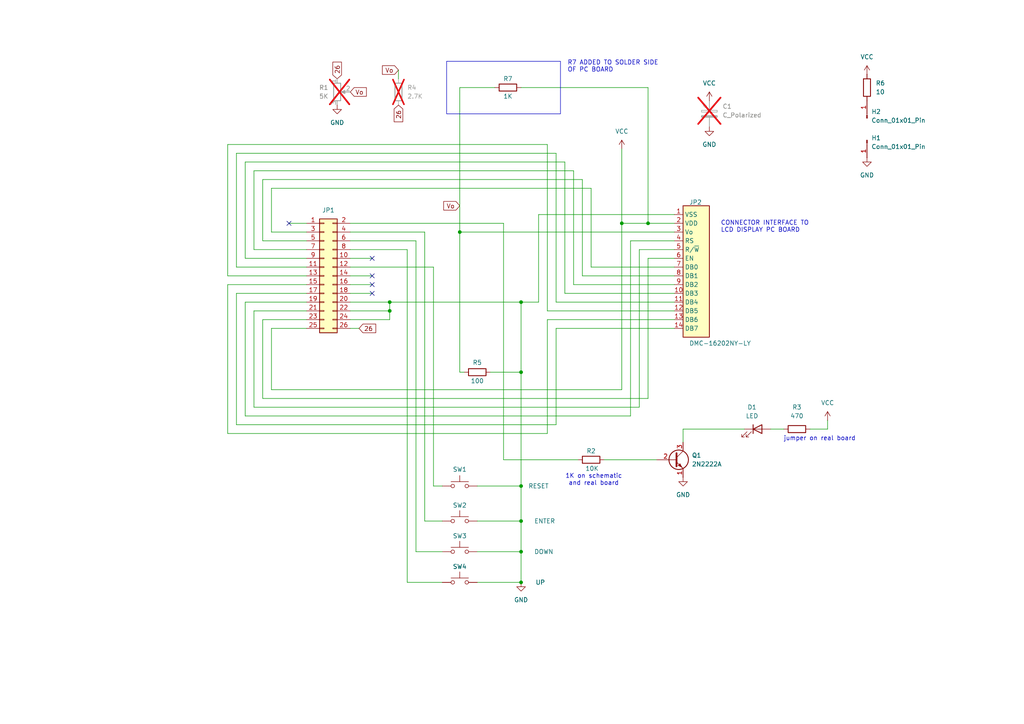
<source format=kicad_sch>
(kicad_sch (version 20231120) (generator "eeschema") (generator_version "8.0")
  (paper "A4")
  (lib_symbols
    (symbol "Connector:Conn_01x01_Pin" (pin_names (offset 1.016) hide)
      (property "Reference" "J" (at 0 2.54 0))
      (property "Value" "Conn_01x01_Pin" (at 0 -2.54 0))
      (symbol "Conn_01x01_Pin_1_1"
        (polyline (pts (xy 1.27 0) (xy 0.8636 0)) (stroke (width 0.1524)))
        (rectangle (start 0.8636 0.127) (end 0 -0.127) (stroke (width 0.1524)) (fill (type outline)))
        (pin passive line (at 5.08 0 180) (length 3.81) (name "Pin_1") (number "1"))
      )
    )
    (symbol "Connector_Generic:Conn_02x13_Odd_Even" (pin_names (offset 1.016) hide)
      (property "Reference" "J" (at 1.27 17.78 0))
      (property "Value" "Conn_02x13_Odd_Even" (at 1.27 -17.78 0))
      (symbol "Conn_02x13_Odd_Even_1_1"
        (rectangle (start -1.27 -15.113) (end 0 -15.367) (stroke (width 0.1524)))
        (rectangle (start -1.27 -12.573) (end 0 -12.827) (stroke (width 0.1524)))
        (rectangle (start -1.27 -10.033) (end 0 -10.287) (stroke (width 0.1524)))
        (rectangle (start -1.27 -7.493) (end 0 -7.747) (stroke (width 0.1524)))
        (rectangle (start -1.27 -4.953) (end 0 -5.207) (stroke (width 0.1524)))
        (rectangle (start -1.27 -2.413) (end 0 -2.667) (stroke (width 0.1524)))
        (rectangle (start -1.27 0.127) (end 0 -0.127) (stroke (width 0.1524)))
        (rectangle (start -1.27 2.667) (end 0 2.413) (stroke (width 0.1524)))
        (rectangle (start -1.27 5.207) (end 0 4.953) (stroke (width 0.1524)))
        (rectangle (start -1.27 7.747) (end 0 7.493) (stroke (width 0.1524)))
        (rectangle (start -1.27 10.287) (end 0 10.033) (stroke (width 0.1524)))
        (rectangle (start -1.27 12.827) (end 0 12.573) (stroke (width 0.1524)))
        (rectangle (start -1.27 15.367) (end 0 15.113) (stroke (width 0.1524)))
        (rectangle (start -1.27 16.51) (end 3.81 -16.51) (stroke (width 0.254)) (fill (type background)))
        (rectangle (start 3.81 -15.113) (end 2.54 -15.367) (stroke (width 0.1524)))
        (rectangle (start 3.81 -12.573) (end 2.54 -12.827) (stroke (width 0.1524)))
        (rectangle (start 3.81 -10.033) (end 2.54 -10.287) (stroke (width 0.1524)))
        (rectangle (start 3.81 -7.493) (end 2.54 -7.747) (stroke (width 0.1524)))
        (rectangle (start 3.81 -4.953) (end 2.54 -5.207) (stroke (width 0.1524)))
        (rectangle (start 3.81 -2.413) (end 2.54 -2.667) (stroke (width 0.1524)))
        (rectangle (start 3.81 0.127) (end 2.54 -0.127) (stroke (width 0.1524)))
        (rectangle (start 3.81 2.667) (end 2.54 2.413) (stroke (width 0.1524)))
        (rectangle (start 3.81 5.207) (end 2.54 4.953) (stroke (width 0.1524)))
        (rectangle (start 3.81 7.747) (end 2.54 7.493) (stroke (width 0.1524)))
        (rectangle (start 3.81 10.287) (end 2.54 10.033) (stroke (width 0.1524)))
        (rectangle (start 3.81 12.827) (end 2.54 12.573) (stroke (width 0.1524)))
        (rectangle (start 3.81 15.367) (end 2.54 15.113) (stroke (width 0.1524)))
        (pin passive line (at -5.08 15.24 0) (length 3.81) (name "Pin_1") (number "1"))
        (pin passive line (at 7.62 5.08 180) (length 3.81) (name "Pin_10") (number "10"))
        (pin passive line (at -5.08 2.54 0) (length 3.81) (name "Pin_11") (number "11"))
        (pin passive line (at 7.62 2.54 180) (length 3.81) (name "Pin_12") (number "12"))
        (pin passive line (at -5.08 0 0) (length 3.81) (name "Pin_13") (number "13"))
        (pin passive line (at 7.62 0 180) (length 3.81) (name "Pin_14") (number "14"))
        (pin passive line (at -5.08 -2.54 0) (length 3.81) (name "Pin_15") (number "15"))
        (pin passive line (at 7.62 -2.54 180) (length 3.81) (name "Pin_16") (number "16"))
        (pin passive line (at -5.08 -5.08 0) (length 3.81) (name "Pin_17") (number "17"))
        (pin passive line (at 7.62 -5.08 180) (length 3.81) (name "Pin_18") (number "18"))
        (pin passive line (at -5.08 -7.62 0) (length 3.81) (name "Pin_19") (number "19"))
        (pin passive line (at 7.62 15.24 180) (length 3.81) (name "Pin_2") (number "2"))
        (pin passive line (at 7.62 -7.62 180) (length 3.81) (name "Pin_20") (number "20"))
        (pin passive line (at -5.08 -10.16 0) (length 3.81) (name "Pin_21") (number "21"))
        (pin passive line (at 7.62 -10.16 180) (length 3.81) (name "Pin_22") (number "22"))
        (pin passive line (at -5.08 -12.7 0) (length 3.81) (name "Pin_23") (number "23"))
        (pin passive line (at 7.62 -12.7 180) (length 3.81) (name "Pin_24") (number "24"))
        (pin passive line (at -5.08 -15.24 0) (length 3.81) (name "Pin_25") (number "25"))
        (pin passive line (at 7.62 -15.24 180) (length 3.81) (name "Pin_26") (number "26"))
        (pin passive line (at -5.08 12.7 0) (length 3.81) (name "Pin_3") (number "3"))
        (pin passive line (at 7.62 12.7 180) (length 3.81) (name "Pin_4") (number "4"))
        (pin passive line (at -5.08 10.16 0) (length 3.81) (name "Pin_5") (number "5"))
        (pin passive line (at 7.62 10.16 180) (length 3.81) (name "Pin_6") (number "6"))
        (pin passive line (at -5.08 7.62 0) (length 3.81) (name "Pin_7") (number "7"))
        (pin passive line (at 7.62 7.62 180) (length 3.81) (name "Pin_8") (number "8"))
        (pin passive line (at -5.08 5.08 0) (length 3.81) (name "Pin_9") (number "9"))
      )
    )
    (symbol "Device:C_Polarized" (pin_numbers hide) (pin_names (offset 0.254))
      (property "Reference" "C" (at 0.635 2.54 0))
      (property "Value" "C_Polarized" (at 0.635 -2.54 0))
      (symbol "C_Polarized_0_1"
        (rectangle (start -2.286 0.508) (end 2.286 1.016))
        (polyline (pts (xy -1.778 2.286) (xy -0.762 2.286)))
        (polyline (pts (xy -1.27 2.794) (xy -1.27 1.778)))
        (rectangle (start 2.286 -0.508) (end -2.286 -1.016) (fill (type outline)))
      )
      (symbol "C_Polarized_1_1"
        (pin passive line (at 0 3.81 270) (length 2.794) (name "~") (number "1"))
        (pin passive line (at 0 -3.81 90) (length 2.794) (name "~") (number "2"))
      )
    )
    (symbol "Device:LED" (pin_numbers hide) (pin_names (offset 1.016) hide)
      (property "Reference" "D" (at 0 2.54 0))
      (property "Value" "LED" (at 0 -2.54 0))
      (symbol "LED_0_1"
        (polyline (pts (xy -1.27 -1.27) (xy -1.27 1.27)) (stroke (width 0.254)))
        (polyline (pts (xy -1.27 0) (xy 1.27 0)))
        (polyline (pts (xy 1.27 -1.27) (xy 1.27 1.27) (xy -1.27 0) (xy 1.27 -1.27)) (stroke (width 0.254)))
        (polyline (pts (xy -3.048 -0.762) (xy -4.572 -2.286) (xy -3.81 -2.286) (xy -4.572 -2.286) (xy -4.572 -1.524)))
        (polyline (pts (xy -1.778 -0.762) (xy -3.302 -2.286) (xy -2.54 -2.286) (xy -3.302 -2.286) (xy -3.302 -1.524)))
      )
      (symbol "LED_1_1"
        (pin passive line (at -3.81 0 0) (length 2.54) (name "K") (number "1"))
        (pin passive line (at 3.81 0 180) (length 2.54) (name "A") (number "2"))
      )
    )
    (symbol "Device:R" (pin_numbers hide) (pin_names (offset 0))
      (property "Reference" "R" (at 2.032 0 90))
      (property "Value" "R" (at 0 0 90))
      (symbol "R_0_1"
        (rectangle (start -1.016 -2.54) (end 1.016 2.54) (stroke (width 0.254)))
      )
      (symbol "R_1_1"
        (pin passive line (at 0 3.81 270) (length 1.27) (name "~") (number "1"))
        (pin passive line (at 0 -3.81 90) (length 1.27) (name "~") (number "2"))
      )
    )
    (symbol "Device:R_Potentiometer" (pin_names (offset 1.016) hide)
      (property "Reference" "RV" (at -4.445 0 90))
      (property "Value" "R_Potentiometer" (at -2.54 0 90))
      (symbol "R_Potentiometer_0_1"
        (polyline (pts (xy 2.54 0) (xy 1.524 0)))
        (polyline (pts (xy 1.143 0) (xy 2.286 0.508) (xy 2.286 -0.508) (xy 1.143 0)) (fill (type outline)))
        (rectangle (start 1.016 2.54) (end -1.016 -2.54) (stroke (width 0.254)))
      )
      (symbol "R_Potentiometer_1_1"
        (pin passive line (at 0 3.81 270) (length 1.27) (name "1") (number "1"))
        (pin passive line (at 3.81 0 180) (length 1.27) (name "2") (number "2"))
        (pin passive line (at 0 -3.81 90) (length 1.27) (name "3") (number "3"))
      )
    )
    (symbol "Evan's Symbol Library:CEC LCD"
      (property "Reference" "JP" (at 4.064 3.81 0))
      (property "Value" "CEC LCD" (at 7.366 6.35 0))
      (symbol "CEC LCD_0_1"
        (rectangle (start 2.54 2.54) (end 10.16 -35.56) (stroke (width 0.254)) (fill (type background)))
      )
      (symbol "CEC LCD_1_1"
        (pin power_in line (at 0 0 0) (length 2.54) (name "VSS") (number "1"))
        (pin bidirectional line (at 0 -22.86 0) (length 2.54) (name "DB3") (number "10"))
        (pin bidirectional line (at 0 -25.4 0) (length 2.54) (name "DB4") (number "11"))
        (pin bidirectional line (at 0 -27.94 0) (length 2.54) (name "DB5") (number "12"))
        (pin bidirectional line (at 0 -30.48 0) (length 2.54) (name "DB6") (number "13"))
        (pin bidirectional line (at 0 -33.02 0) (length 2.54) (name "DB7") (number "14"))
        (pin power_in line (at 0 -2.54 0) (length 2.54) (name "VDD") (number "2"))
        (pin input line (at 0 -5.08 0) (length 2.54) (name "Vo") (number "3"))
        (pin input line (at 0 -7.62 0) (length 2.54) (name "RS") (number "4"))
        (pin input line (at 0 -10.16 0) (length 2.54) (name "R/~{W}") (number "5"))
        (pin input line (at 0 -12.7 0) (length 2.54) (name "EN") (number "6"))
        (pin bidirectional line (at 0 -15.24 0) (length 2.54) (name "DB0") (number "7"))
        (pin bidirectional line (at 0 -17.78 0) (length 2.54) (name "DB1") (number "8"))
        (pin bidirectional line (at 0 -20.32 0) (length 2.54) (name "DB2") (number "9"))
      )
    )
    (symbol "Switch:SW_Push" (pin_numbers hide) (pin_names (offset 1.016) hide)
      (property "Reference" "SW" (at 1.27 2.54 0))
      (property "Value" "SW_Push" (at 0 -1.524 0))
      (symbol "SW_Push_0_1"
        (circle (center -2.032 0) (radius 0.508))
        (polyline (pts (xy 0 1.27) (xy 0 3.048)))
        (polyline (pts (xy 2.54 1.27) (xy -2.54 1.27)))
        (circle (center 2.032 0) (radius 0.508))
        (pin passive line (at -5.08 0 0) (length 2.54) (name "1") (number "1"))
        (pin passive line (at 5.08 0 180) (length 2.54) (name "2") (number "2"))
      )
    )
    (symbol "Transistor_BJT:PN2222A" (pin_names (offset 0) hide)
      (property "Reference" "Q" (at 5.08 1.905 0))
      (property "Value" "PN2222A" (at 5.08 0 0))
      (symbol "PN2222A_0_1"
        (polyline (pts (xy 0 0) (xy 0.635 0)))
        (polyline (pts (xy 2.54 -2.54) (xy 0.635 -0.635)))
        (polyline (pts (xy 2.54 2.54) (xy 0.635 0.635)))
        (polyline (pts (xy 0.635 1.905) (xy 0.635 -1.905) (xy 0.635 -1.905)) (stroke (width 0.508)))
        (polyline (pts (xy 2.413 -2.413) (xy 1.905 -1.905) (xy 1.905 -1.905)))
        (polyline (pts (xy 1.143 -1.651) (xy 1.651 -1.143) (xy 2.159 -2.159) (xy 1.143 -1.651) (xy 1.143 -1.651)) (fill (type outline)))
        (circle (center 1.27 0) (radius 2.8194) (stroke (width 0.254)))
      )
      (symbol "PN2222A_1_1"
        (pin passive line (at 2.54 -5.08 90) (length 2.54) (name "E") (number "1"))
        (pin input line (at -5.08 0 0) (length 5.08) (name "B") (number "2"))
        (pin passive line (at 2.54 5.08 270) (length 2.54) (name "C") (number "3"))
      )
    )
    (symbol "power:GND" (power) (pin_numbers hide) (pin_names (offset 0) hide)
      (property "Value" "GND" (at 0 -3.81 0))
      (symbol "GND_0_1"
        (polyline (pts (xy 0 0) (xy 0 -1.27) (xy 1.27 -1.27) (xy 0 -2.54) (xy -1.27 -1.27) (xy 0 -1.27)))
      )
      (symbol "GND_1_1"
        (pin power_in line (at 0 0 270) (length 0) (name "~") (number "1"))
      )
    )
    (symbol "power:VCC" (power) (pin_numbers hide) (pin_names (offset 0) hide)
      (property "Value" "VCC" (at 0 3.556 0))
      (symbol "VCC_0_1"
        (polyline (pts (xy -0.762 1.27) (xy 0 2.54)))
        (polyline (pts (xy 0 0) (xy 0 2.54)))
        (polyline (pts (xy 0 2.54) (xy 0.762 1.27)))
      )
      (symbol "VCC_1_1"
        (pin power_in line (at 0 0 90) (length 0) (name "~") (number "1"))
      )
    )
  )
  (junction (at 113.03 90.17))
  (junction (at 151.13 151.13))
  (junction (at 113.03 87.63))
  (junction (at 133.35 67.31))
  (junction (at 151.13 168.91))
  (junction (at 151.13 160.02))
  (junction (at 187.96 64.77))
  (junction (at 151.13 87.63))
  (junction (at 180.34 64.77))
  (junction (at 151.13 107.95))
  (junction (at 151.13 140.97))
  (no_connect (at 83.82 64.77))
  (no_connect (at 107.95 85.09))
  (no_connect (at 107.95 82.55))
  (no_connect (at 107.95 80.01))
  (no_connect (at 107.95 74.93))
  (wire (pts (xy 123.19 67.31) (xy 101.6 67.31)))
  (wire (pts (xy 163.83 46.99) (xy 163.83 85.09)))
  (wire (pts (xy 101.6 80.01) (xy 107.95 80.01)))
  (wire (pts (xy 66.04 125.73) (xy 66.04 82.55)))
  (wire (pts (xy 133.35 67.31) (xy 195.58 67.31)))
  (wire (pts (xy 125.73 140.97) (xy 125.73 77.47)))
  (wire (pts (xy 73.66 118.11) (xy 73.66 90.17)))
  (wire (pts (xy 158.75 90.17) (xy 195.58 90.17)))
  (wire (pts (xy 215.9 124.46) (xy 198.12 124.46)))
  (wire (pts (xy 71.12 120.65) (xy 182.88 120.65)))
  (wire (pts (xy 195.58 69.85) (xy 182.88 69.85)))
  (wire (pts (xy 71.12 87.63) (xy 88.9 87.63)))
  (wire (pts (xy 134.62 107.95) (xy 133.35 107.95)))
  (wire (pts (xy 171.45 77.47) (xy 171.45 54.61)))
  (wire (pts (xy 161.29 44.45) (xy 68.58 44.45)))
  (wire (pts (xy 158.75 125.73) (xy 66.04 125.73)))
  (wire (pts (xy 168.91 80.01) (xy 195.58 80.01)))
  (wire (pts (xy 101.6 74.93) (xy 107.95 74.93)))
  (wire (pts (xy 71.12 74.93) (xy 71.12 46.99)))
  (wire (pts (xy 118.11 72.39) (xy 101.6 72.39)))
  (wire (pts (xy 78.74 54.61) (xy 78.74 67.31)))
  (wire (pts (xy 128.27 140.97) (xy 125.73 140.97)))
  (wire (pts (xy 73.66 118.11) (xy 185.42 118.11)))
  (wire (pts (xy 83.82 64.77) (xy 88.9 64.77)))
  (wire (pts (xy 71.12 120.65) (xy 71.12 87.63)))
  (wire (pts (xy 101.6 92.71) (xy 113.03 92.71)))
  (wire (pts (xy 161.29 123.19) (xy 68.58 123.19)))
  (wire (pts (xy 223.52 124.46) (xy 227.33 124.46)))
  (wire (pts (xy 66.04 80.01) (xy 66.04 41.91)))
  (wire (pts (xy 151.13 160.02) (xy 151.13 168.91)))
  (wire (pts (xy 78.74 67.31) (xy 88.9 67.31)))
  (wire (pts (xy 133.35 67.31) (xy 133.35 25.4)))
  (wire (pts (xy 195.58 74.93) (xy 187.96 74.93)))
  (wire (pts (xy 161.29 87.63) (xy 161.29 44.45)))
  (wire (pts (xy 76.2 69.85) (xy 76.2 52.07)))
  (wire (pts (xy 195.58 87.63) (xy 161.29 87.63)))
  (wire (pts (xy 113.03 87.63) (xy 113.03 90.17)))
  (wire (pts (xy 128.27 151.13) (xy 123.19 151.13)))
  (wire (pts (xy 163.83 85.09) (xy 195.58 85.09)))
  (wire (pts (xy 195.58 82.55) (xy 166.37 82.55)))
  (wire (pts (xy 146.05 64.77) (xy 146.05 133.35)))
  (wire (pts (xy 158.75 92.71) (xy 158.75 125.73)))
  (wire (pts (xy 118.11 168.91) (xy 118.11 72.39)))
  (wire (pts (xy 101.6 64.77) (xy 146.05 64.77)))
  (wire (pts (xy 151.13 87.63) (xy 156.21 87.63)))
  (wire (pts (xy 133.35 25.4) (xy 143.51 25.4)))
  (wire (pts (xy 168.91 52.07) (xy 168.91 80.01)))
  (wire (pts (xy 138.43 160.02) (xy 151.13 160.02)))
  (wire (pts (xy 128.27 160.02) (xy 120.65 160.02)))
  (wire (pts (xy 166.37 82.55) (xy 166.37 49.53)))
  (wire (pts (xy 66.04 41.91) (xy 158.75 41.91)))
  (wire (pts (xy 195.58 64.77) (xy 187.96 64.77)))
  (wire (pts (xy 156.21 62.23) (xy 195.58 62.23)))
  (wire (pts (xy 68.58 123.19) (xy 68.58 85.09)))
  (wire (pts (xy 113.03 87.63) (xy 151.13 87.63)))
  (wire (pts (xy 138.43 140.97) (xy 151.13 140.97)))
  (wire (pts (xy 133.35 67.31) (xy 133.35 107.95)))
  (wire (pts (xy 76.2 52.07) (xy 168.91 52.07)))
  (wire (pts (xy 180.34 113.03) (xy 78.74 113.03)))
  (wire (pts (xy 234.95 124.46) (xy 240.03 124.46)))
  (wire (pts (xy 128.27 168.91) (xy 118.11 168.91)))
  (wire (pts (xy 187.96 74.93) (xy 187.96 115.57)))
  (wire (pts (xy 187.96 64.77) (xy 180.34 64.77)))
  (wire (pts (xy 166.37 49.53) (xy 73.66 49.53)))
  (wire (pts (xy 156.21 87.63) (xy 156.21 62.23)))
  (wire (pts (xy 88.9 69.85) (xy 76.2 69.85)))
  (wire (pts (xy 71.12 46.99) (xy 163.83 46.99)))
  (wire (pts (xy 161.29 95.25) (xy 161.29 123.19)))
  (wire (pts (xy 151.13 25.4) (xy 187.96 25.4)))
  (wire (pts (xy 113.03 90.17) (xy 101.6 90.17)))
  (wire (pts (xy 66.04 82.55) (xy 88.9 82.55)))
  (wire (pts (xy 73.66 49.53) (xy 73.66 72.39)))
  (wire (pts (xy 101.6 87.63) (xy 113.03 87.63)))
  (wire (pts (xy 151.13 87.63) (xy 151.13 107.95)))
  (wire (pts (xy 185.42 72.39) (xy 185.42 118.11)))
  (wire (pts (xy 76.2 115.57) (xy 76.2 92.71)))
  (wire (pts (xy 138.43 151.13) (xy 151.13 151.13)))
  (wire (pts (xy 88.9 74.93) (xy 71.12 74.93)))
  (wire (pts (xy 151.13 151.13) (xy 151.13 160.02)))
  (wire (pts (xy 101.6 85.09) (xy 107.95 85.09)))
  (wire (pts (xy 151.13 107.95) (xy 151.13 140.97)))
  (wire (pts (xy 195.58 92.71) (xy 158.75 92.71)))
  (wire (pts (xy 68.58 44.45) (xy 68.58 77.47)))
  (wire (pts (xy 195.58 77.47) (xy 171.45 77.47)))
  (wire (pts (xy 78.74 95.25) (xy 88.9 95.25)))
  (wire (pts (xy 240.03 124.46) (xy 240.03 121.92)))
  (wire (pts (xy 76.2 115.57) (xy 187.96 115.57)))
  (wire (pts (xy 120.65 69.85) (xy 101.6 69.85)))
  (wire (pts (xy 151.13 140.97) (xy 151.13 151.13)))
  (wire (pts (xy 73.66 72.39) (xy 88.9 72.39)))
  (wire (pts (xy 73.66 90.17) (xy 88.9 90.17)))
  (wire (pts (xy 180.34 64.77) (xy 180.34 113.03)))
  (wire (pts (xy 101.6 82.55) (xy 107.95 82.55)))
  (wire (pts (xy 113.03 92.71) (xy 113.03 90.17)))
  (wire (pts (xy 125.73 77.47) (xy 101.6 77.47)))
  (wire (pts (xy 195.58 72.39) (xy 185.42 72.39)))
  (wire (pts (xy 182.88 69.85) (xy 182.88 120.65)))
  (wire (pts (xy 88.9 80.01) (xy 66.04 80.01)))
  (wire (pts (xy 78.74 113.03) (xy 78.74 95.25)))
  (wire (pts (xy 195.58 95.25) (xy 161.29 95.25)))
  (wire (pts (xy 101.6 95.25) (xy 104.14 95.25)))
  (wire (pts (xy 171.45 54.61) (xy 78.74 54.61)))
  (wire (pts (xy 146.05 133.35) (xy 167.64 133.35)))
  (wire (pts (xy 158.75 41.91) (xy 158.75 90.17)))
  (wire (pts (xy 187.96 64.77) (xy 187.96 25.4)))
  (wire (pts (xy 68.58 85.09) (xy 88.9 85.09)))
  (wire (pts (xy 190.5 133.35) (xy 175.26 133.35)))
  (wire (pts (xy 120.65 160.02) (xy 120.65 69.85)))
  (wire (pts (xy 138.43 168.91) (xy 151.13 168.91)))
  (wire (pts (xy 76.2 92.71) (xy 88.9 92.71)))
  (wire (pts (xy 198.12 124.46) (xy 198.12 128.27)))
  (wire (pts (xy 68.58 77.47) (xy 88.9 77.47)))
  (wire (pts (xy 142.24 107.95) (xy 151.13 107.95)))
  (wire (pts (xy 180.34 43.18) (xy 180.34 64.77)))
  (wire (pts (xy 123.19 151.13) (xy 123.19 67.31)))
  (wire (pts (xy 115.57 20.32) (xy 115.57 22.86)))
  (rectangle (start 129.54 17.78) (end 162.56 33.02))
  (text "1K on schematic\nand real board" (at 172.212 139.192 0) (effects (font (size 1.27 1.27))))
  (text "R7 ADDED TO SOLDER SIDE\nOF PC BOARD" (at 164.592 19.304 0) (effects (font (size 1.27 1.27)) (justify left)))
  (text "jumper on real board" (at 237.744 127.254 0) (effects (font (size 1.27 1.27))))
  (text "CONNECTOR INTERFACE TO\nLCD DISPLAY PC BOARD" (at 209.042 65.786 0) (effects (font (size 1.27 1.27)) (justify left)))
  (global_label "Vo" (shape input) (at 101.6 26.67 0) (property "Intersheetrefs" "${INTERSHEET_REFS}" (effects (hide yes))))
  (global_label "26" (shape input) (at 115.57 30.48 270) (property "Intersheetrefs" "${INTERSHEET_REFS}" (effects (hide yes))))
  (global_label "Vo" (shape input) (at 115.57 20.32 180) (property "Intersheetrefs" "${INTERSHEET_REFS}" (effects (hide yes))))
  (global_label "26" (shape input) (at 104.14 95.25 0) (property "Intersheetrefs" "${INTERSHEET_REFS}" (effects (hide yes))))
  (global_label "26" (shape input) (at 97.79 22.86 90) (property "Intersheetrefs" "${INTERSHEET_REFS}" (effects (hide yes))))
  (global_label "Vo" (shape input) (at 133.35 59.69 180) (property "Intersheetrefs" "${INTERSHEET_REFS}" (effects (hide yes))))
  (symbol (lib_id "Device:R") (at 171.45 133.35 90) (unit 1)
    (property "Reference" "R2" (at 171.45 130.81 90))
    (property "Value" "10K" (at 171.704 135.89 90))
    (property "Footprint" "Resistor_THT:R_Axial_DIN0207_L6.3mm_D2.5mm_P10.16mm_Horizontal" (effects (hide yes)))
    (property "Description" "Resistor" (effects (hide yes)))
  )
  (symbol (lib_id "Switch:SW_Push") (at 133.35 140.97 0) (mirror y) (unit 1)
    (property "Reference" "SW1" (at 133.35 136.144 0))
    (property "Value" "RESET" (at 156.21 140.97 0))
    (property "Footprint" "Evan's Kicad Library:CEC LCD pushbutton" (effects (hide yes)))
    (property "Description" "Push button switch, generic, two pins" (effects (hide yes)))
  )
  (symbol (lib_id "Device:R_Potentiometer") (at 97.79 26.67 0) (unit 1) (dnp yes)
    (property "Reference" "R1" (at 95.25 25.3999 0) (effects (justify right)))
    (property "Value" "5K" (at 95.25 27.9399 0) (effects (justify right)))
    (property "Footprint" "Potentiometer_THT:Potentiometer_Bourns_3006P_Horizontal" (effects (hide yes)))
    (property "Description" "Potentiometer" (effects (hide yes)))
  )
  (symbol (lib_id "power:GND") (at 251.46 45.72 0) (unit 1)
    (property "Reference" "#PWR08" (effects (hide yes)))
    (property "Value" "GND" (at 251.46 50.8 0))
    (property "Description" "Power symbol creates a global label with name \"GND\" , ground" (effects (hide yes)))
  )
  (symbol (lib_id "Device:R") (at 147.32 25.4 90) (unit 1) (on_board no)
    (property "Reference" "R7" (at 147.32 22.86 90))
    (property "Value" "1K" (at 147.32 27.94 90))
    (property "Footprint" "Resistor_THT:R_Axial_DIN0207_L6.3mm_D2.5mm_P10.16mm_Horizontal" (effects (hide yes)))
    (property "Description" "Resistor" (effects (hide yes)))
  )
  (symbol (lib_id "Switch:SW_Push") (at 133.35 151.13 0) (unit 1)
    (property "Reference" "SW2" (at 133.35 146.558 0))
    (property "Value" "ENTER" (at 157.988 151.13 0))
    (property "Footprint" "Evan's Kicad Library:CEC LCD pushbutton" (effects (hide yes)))
    (property "Description" "Push button switch, generic, two pins" (effects (hide yes)))
  )
  (symbol (lib_id "power:VCC") (at 180.34 43.18 0) (unit 1)
    (property "Reference" "#PWR01" (effects (hide yes)))
    (property "Value" "VCC" (at 180.34 38.1 0))
    (property "Description" "Power symbol creates a global label with name \"VCC\"" (effects (hide yes)))
  )
  (symbol (lib_id "Device:LED") (at 219.71 124.46 0) (unit 1)
    (property "Reference" "D1" (at 218.1225 118.11 0))
    (property "Value" "LED" (at 218.1225 120.65 0))
    (property "Footprint" "Connector_PinHeader_2.54mm:PinHeader_1x02_P2.54mm_Vertical" (effects (hide yes)))
    (property "Description" "Light emitting diode" (effects (hide yes)))
  )
  (symbol (lib_id "Device:C_Polarized") (at 205.74 33.02 0) (unit 1) (dnp yes)
    (property "Reference" "C1" (at 209.55 30.8609 0) (effects (justify left)))
    (property "Value" "C_Polarized" (at 209.55 33.4009 0) (effects (justify left)))
    (property "Footprint" "Capacitor_THT:CP_Radial_D8.0mm_P5.00mm" (effects (hide yes)))
    (property "Description" "Polarized capacitor" (effects (hide yes)))
  )
  (symbol (lib_id "power:GND") (at 198.12 138.43 0) (unit 1)
    (property "Reference" "#PWR03" (effects (hide yes)))
    (property "Value" "GND" (at 198.12 143.51 0))
    (property "Description" "Power symbol creates a global label with name \"GND\" , ground" (effects (hide yes)))
  )
  (symbol (lib_id "Connector:Conn_01x01_Pin") (at 251.46 34.29 90) (unit 1)
    (property "Reference" "H2" (at 252.73 32.3849 90) (effects (justify right)))
    (property "Value" "Conn_01x01_Pin" (at 252.73 34.9249 90) (effects (justify right)))
    (property "Description" "Generic connector, single row, 01x01, script generated" (effects (hide yes)))
  )
  (symbol (lib_id "Device:R") (at 138.43 107.95 90) (unit 1)
    (property "Reference" "R5" (at 138.43 105.156 90))
    (property "Value" "100" (at 138.43 110.49 90))
    (property "Footprint" "Resistor_THT:R_Axial_DIN0207_L6.3mm_D2.5mm_P10.16mm_Horizontal" (effects (hide yes)))
    (property "Description" "Resistor" (effects (hide yes)))
  )
  (symbol (lib_id "power:VCC") (at 240.03 121.92 0) (unit 1)
    (property "Reference" "#PWR02" (effects (hide yes)))
    (property "Value" "VCC" (at 240.03 116.84 0))
    (property "Description" "Power symbol creates a global label with name \"VCC\"" (effects (hide yes)))
  )
  (symbol (lib_id "power:VCC") (at 251.46 21.59 0) (unit 1)
    (property "Reference" "#PWR06" (effects (hide yes)))
    (property "Value" "VCC" (at 251.46 16.51 0))
    (property "Description" "Power symbol creates a global label with name \"VCC\"" (effects (hide yes)))
  )
  (symbol (lib_id "Connector:Conn_01x01_Pin") (at 251.46 40.64 270) (unit 1)
    (property "Reference" "H1" (at 252.73 40.0049 90) (effects (justify left)))
    (property "Value" "Conn_01x01_Pin" (at 252.73 42.5449 90) (effects (justify left)))
    (property "Description" "Generic connector, single row, 01x01, script generated" (effects (hide yes)))
  )
  (symbol (lib_id "Transistor_BJT:PN2222A") (at 195.58 133.35 0) (unit 1)
    (property "Reference" "Q1" (at 200.66 132.0799 0) (effects (justify left)))
    (property "Value" "2N2222A" (at 200.66 134.6199 0) (effects (justify left)))
    (property "Footprint" "Package_TO_SOT_THT:TO-18-3" (effects (hide yes)))
    (property "Datasheet" "https://www.onsemi.com/pub/Collateral/PN2222-D.PDF" (effects (hide yes)))
    (property "Description" "1A Ic, 40V Vce, NPN Transistor, General Purpose Transistor, TO-92" (effects (hide yes)))
  )
  (symbol (lib_id "power:VCC") (at 205.74 29.21 0) (unit 1)
    (property "Reference" "#PWR05" (effects (hide yes)))
    (property "Value" "VCC" (at 205.74 24.13 0))
    (property "Description" "Power symbol creates a global label with name \"VCC\"" (effects (hide yes)))
  )
  (symbol (lib_id "Device:R") (at 251.46 25.4 0) (unit 1)
    (property "Reference" "R6" (at 254 24.1299 0) (effects (justify left)))
    (property "Value" "10" (at 254 26.6699 0) (effects (justify left)))
    (property "Footprint" "Resistor_THT:R_Axial_DIN0207_L6.3mm_D2.5mm_P10.16mm_Horizontal" (effects (hide yes)))
    (property "Description" "Resistor" (effects (hide yes)))
  )
  (symbol (lib_id "Connector_Generic:Conn_02x13_Odd_Even") (at 93.98 80.01 0) (unit 1)
    (property "Reference" "JP1" (at 95.25 60.96 0))
    (property "Value" "Conn_02x13_Odd_Even" (effects (hide yes)))
    (property "Footprint" "Connector_PinHeader_2.54mm:PinHeader_2x13_P2.54mm_Vertical" (effects (hide yes)))
    (property "Description" "Generic connector, double row, 02x13, odd/even pin numbering scheme (row 1 odd numbers, row 2 even numbers), script generated (kicad-library-utils/schlib/autogen/connector/)" (effects (hide yes)))
  )
  (symbol (lib_id "Switch:SW_Push") (at 133.35 168.91 0) (unit 1)
    (property "Reference" "SW4" (at 133.35 164.338 0))
    (property "Value" "UP" (at 156.718 168.91 0))
    (property "Footprint" "Evan's Kicad Library:CEC LCD pushbutton" (effects (hide yes)))
    (property "Description" "Push button switch, generic, two pins" (effects (hide yes)))
  )
  (symbol (lib_id "power:GND") (at 205.74 36.83 0) (unit 1)
    (property "Reference" "#PWR09" (effects (hide yes)))
    (property "Value" "GND" (at 205.74 41.91 0))
    (property "Description" "Power symbol creates a global label with name \"GND\" , ground" (effects (hide yes)))
  )
  (symbol (lib_id "Evan's Symbol Library:CEC LCD") (at 195.58 62.23 0) (unit 1)
    (property "Reference" "JP2" (at 199.898 58.674 0) (effects (justify left)))
    (property "Value" "DMC-16202NY-LY" (at 199.898 99.568 0) (effects (justify left)))
    (property "Footprint" "Evan's Kicad Library:CEC LCD" (effects (hide yes)))
    (property "Datasheet" "http://www.icbank.com/data/ICBShop/board/HY1602E.pdf" (effects (hide yes)))
    (property "Description" "LCD 16x2 Alphanumeric 16pin Blue/Yellow/Green Backlight, 8bit parallel, 5V VDD" (effects (hide yes)))
  )
  (symbol (lib_id "power:GND") (at 151.13 168.91 0) (unit 1)
    (property "Reference" "#PWR04" (effects (hide yes)))
    (property "Value" "GND" (at 151.13 173.99 0))
    (property "Description" "Power symbol creates a global label with name \"GND\" , ground" (effects (hide yes)))
  )
  (symbol (lib_id "Device:R") (at 231.14 124.46 90) (unit 1)
    (property "Reference" "R3" (at 231.14 118.11 90))
    (property "Value" "470" (at 231.14 120.65 90))
    (property "Footprint" "Resistor_THT:R_Axial_DIN0207_L6.3mm_D2.5mm_P10.16mm_Horizontal" (effects (hide yes)))
    (property "Description" "Resistor" (effects (hide yes)))
  )
  (symbol (lib_id "Switch:SW_Push") (at 133.35 160.02 0) (unit 1)
    (property "Reference" "SW3" (at 133.35 155.448 0))
    (property "Value" "DOWN" (at 157.734 160.02 0))
    (property "Footprint" "Evan's Kicad Library:CEC LCD pushbutton" (effects (hide yes)))
    (property "Description" "Push button switch, generic, two pins" (effects (hide yes)))
  )
  (symbol (lib_id "Device:R") (at 115.57 26.67 0) (unit 1) (dnp yes)
    (property "Reference" "R4" (at 118.11 25.3999 0) (effects (justify left)))
    (property "Value" "2.7K" (at 118.11 27.9399 0) (effects (justify left)))
    (property "Footprint" "Resistor_THT:R_Axial_DIN0207_L6.3mm_D2.5mm_P10.16mm_Horizontal" (effects (hide yes)))
    (property "Description" "Resistor" (effects (hide yes)))
  )
  (symbol (lib_id "power:GND") (at 97.79 30.48 0) (unit 1)
    (property "Reference" "#PWR07" (effects (hide yes)))
    (property "Value" "GND" (at 97.79 35.56 0))
    (property "Description" "Power symbol creates a global label with name \"GND\" , ground" (effects (hide yes)))
  )
)
</source>
